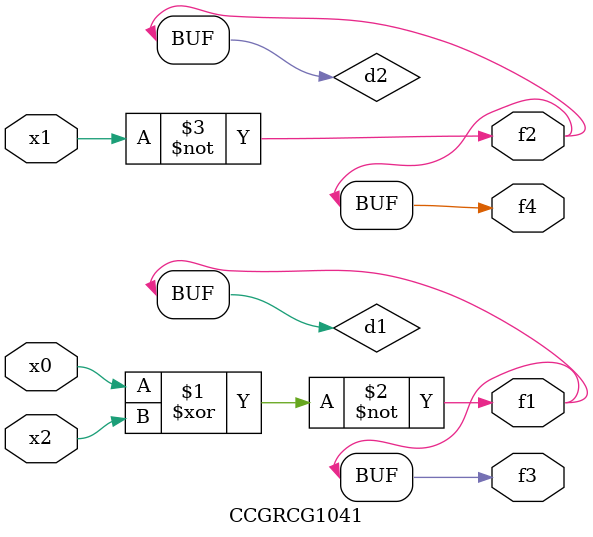
<source format=v>
module CCGRCG1041(
	input x0, x1, x2,
	output f1, f2, f3, f4
);

	wire d1, d2, d3;

	xnor (d1, x0, x2);
	nand (d2, x1);
	nor (d3, x1, x2);
	assign f1 = d1;
	assign f2 = d2;
	assign f3 = d1;
	assign f4 = d2;
endmodule

</source>
